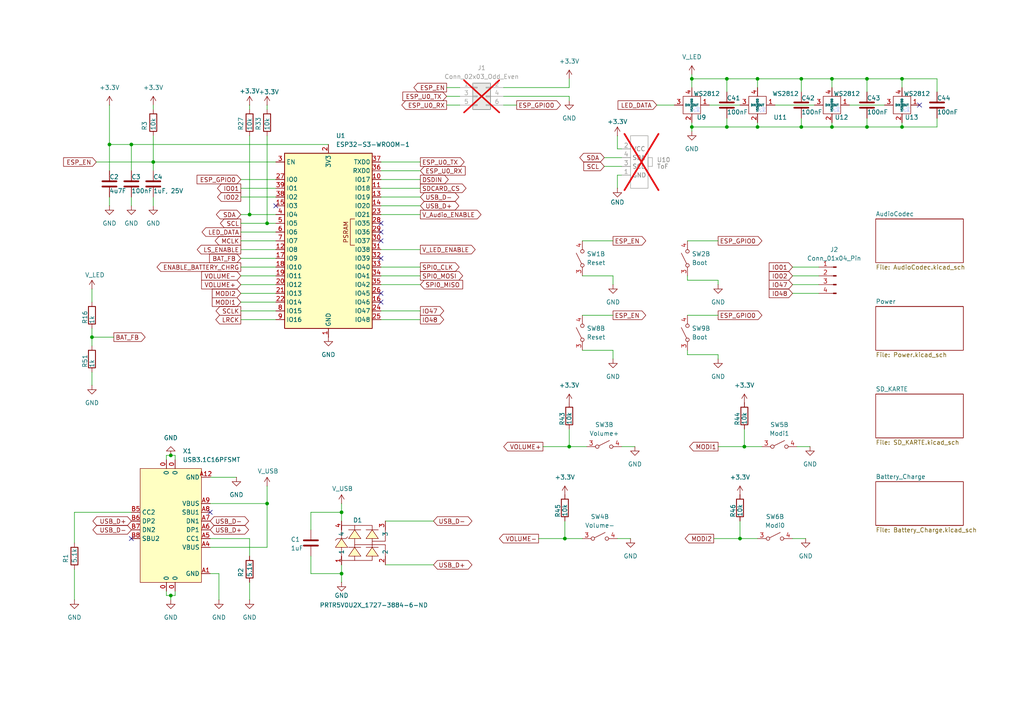
<source format=kicad_sch>
(kicad_sch (version 20231120) (generator "eeschema") (generator_version "8.0")
  (paper "A4")
  (lib_symbols
    (symbol "Connector:Conn_01x04_Pin" (pin_names (offset 1.016) hide)
      (property "Reference" "J" (at 0 5.08 0))
      (property "Value" "Conn_01x04_Pin" (at 0 -7.62 0))
      (symbol "Conn_01x04_Pin_1_1"
        (pin passive line (at 5.08 2.54 180) (length 3.81) (name "Pin_1") (number "1"))
        (pin passive line (at 5.08 0 180) (length 3.81) (name "Pin_2") (number "2"))
        (pin passive line (at 5.08 -2.54 180) (length 3.81) (name "Pin_3") (number "3"))
        (pin passive line (at 5.08 -5.08 180) (length 3.81) (name "Pin_4") (number "4"))
      )
    )
    (symbol "Connector_Generic:Conn_02x03_Odd_Even" (pin_names (offset 1.016) hide)
      (property "Reference" "J" (at 1.27 5.08 0))
      (property "Value" "Conn_02x03_Odd_Even" (at 1.27 -5.08 0))
      (symbol "Conn_02x03_Odd_Even_1_1"
        (pin passive line (at -5.08 2.54 0) (length 3.81) (name "Pin_1") (number "1"))
        (pin passive line (at 7.62 2.54 180) (length 3.81) (name "Pin_2") (number "2"))
        (pin passive line (at -5.08 0 0) (length 3.81) (name "Pin_3") (number "3"))
        (pin passive line (at 7.62 0 180) (length 3.81) (name "Pin_4") (number "4"))
        (pin passive line (at -5.08 -2.54 0) (length 3.81) (name "Pin_5") (number "5"))
        (pin passive line (at 7.62 -2.54 180) (length 3.81) (name "Pin_6") (number "6"))
      )
    )
    (symbol "Device:C" (pin_numbers hide) (pin_names (offset 0.254))
      (property "Reference" "C" (at 0.635 2.54 0))
      (property "Value" "C" (at 0.635 -2.54 0))
      (symbol "C_1_1"
        (pin passive line (at 0 3.81 270) (length 2.794) (name "~") (number "1"))
        (pin passive line (at 0 -3.81 90) (length 2.794) (name "~") (number "2"))
      )
    )
    (symbol "Device:R" (pin_numbers hide) (pin_names (offset 0))
      (property "Reference" "R" (at 2.032 0 90))
      (property "Value" "R" (at 0 0 90))
      (symbol "R_1_1"
        (pin passive line (at 0 3.81 270) (length 1.27) (name "~") (number "1"))
        (pin passive line (at 0 -3.81 90) (length 1.27) (name "~") (number "2"))
      )
    )
    (symbol "Library:ToF"
      (property "Reference" "U" (at 7.874 4.064 0))
      (symbol "ToF_1_1"
        (pin power_in line (at -3.81 5.08 270) (length 2.54) (name "GND") (number "1"))
        (pin power_in line (at 3.81 5.08 270) (length 2.54) (name "VCC") (number "2"))
        (pin input line (at -1.27 5.08 270) (length 2.54) (name "SCL") (number "3"))
        (pin input line (at 1.27 5.08 270) (length 2.54) (name "SDA") (number "4"))
      )
    )
    (symbol "Library:WS2812"
      (property "Reference" "U" (at -0.508 9.906 0))
      (symbol "WS2812_1_1"
        (pin output line (at 5.08 0 180) (length 2.54) (name "DOUT") (number "1"))
        (pin power_in line (at 0 -5.08 90) (length 2.54) (name "VSS") (number "2"))
        (pin input line (at -5.08 0 0) (length 2.54) (name "DIN") (number "3"))
        (pin power_in line (at 0 5.08 270) (length 2.54) (name "VDD") (number "4"))
      )
    )
    (symbol "Matrix2_Schnuppiprojekt:PRTR5V0U2X_C2827688"
      (property "Reference" "D?" (at 0 12.7 0))
      (property "Value" "PRTR5V0U2X_C2827688" (at 0 -10.16 0))
      (symbol "PRTR5V0U2X_C2827688_0_1"
        (pin unspecified line (at -5.08 -5.08 90) (length 2.54) (name "1") (number "1"))
        (pin unspecified line (at 7.62 -5.08 90) (length 2.54) (name "2") (number "2"))
        (pin unspecified line (at 7.62 7.62 270) (length 2.54) (name "3") (number "3"))
        (pin unspecified line (at -5.08 7.62 270) (length 2.54) (name "4") (number "4"))
      )
    )
    (symbol "Matrix2_Schnuppiprojekt:USB3.1C16PFSMT"
      (property "Reference" "X?" (at 0 24.13 0))
      (property "Value" "USB3.1C16PFSMT" (at 0 -24.13 0))
      (symbol "USB3.1C16PFSMT_0_1"
        (pin unspecified line (at -1.27 -19.05 90) (length 2.54) (name "0") (number "0"))
        (pin unspecified line (at -1.27 19.05 270) (length 2.54) (name "0") (number "0"))
        (pin unspecified line (at 1.27 -19.05 90) (length 2.54) (name "0") (number "0"))
        (pin unspecified line (at 1.27 19.05 270) (length 2.54) (name "0") (number "0"))
        (pin unspecified line (at 11.43 -13.97 180) (length 2.54) (name "GND") (number "A1"))
        (pin unspecified line (at 11.43 13.97 180) (length 2.54) (name "GND") (number "A12"))
        (pin unspecified line (at 11.43 -6.35 180) (length 2.54) (name "VBUS") (number "A4"))
        (pin unspecified line (at 11.43 -3.81 180) (length 2.54) (name "CC1") (number "A5"))
        (pin unspecified line (at 11.43 -1.27 180) (length 2.54) (name "DP1") (number "A6"))
        (pin unspecified line (at 11.43 1.27 180) (length 2.54) (name "DN1") (number "A7"))
        (pin unspecified line (at 11.43 3.81 180) (length 2.54) (name "SBU1") (number "A8"))
        (pin unspecified line (at 11.43 6.35 180) (length 2.54) (name "VBUS") (number "A9"))
        (pin unspecified line (at -11.43 3.81 0) (length 2.54) (name "CC2") (number "B5"))
        (pin unspecified line (at -11.43 1.27 0) (length 2.54) (name "DP2") (number "B6"))
        (pin unspecified line (at -11.43 -1.27 0) (length 2.54) (name "DN2") (number "B7"))
        (pin unspecified line (at -11.43 -3.81 0) (length 2.54) (name "SBU2") (number "B8"))
      )
    )
    (symbol "RF_Module:ESP32-S3-WROOM-1"
      (property "Reference" "U" (at -12.7 26.67 0))
      (property "Value" "ESP32-S3-WROOM-1" (at 12.7 26.67 0))
      (symbol "ESP32-S3-WROOM-1_0_0"
        (text "PSRAM" (at 5.08 2.54 900) (effects (font (size 1.27 1.27))))
      )
      (symbol "ESP32-S3-WROOM-1_1_1"
        (pin power_in line (at 0 -27.94 90) (length 2.54) (name "GND") (number "1"))
        (pin bidirectional line (at 15.24 17.78 180) (length 2.54) (name "IO17") (number "10"))
        (pin bidirectional line (at 15.24 15.24 180) (length 2.54) (name "IO18") (number "11"))
        (pin bidirectional line (at -15.24 -2.54 0) (length 2.54) (name "IO8") (number "12"))
        (pin bidirectional line (at 15.24 12.7 180) (length 2.54) (name "IO19") (number "13"))
        (pin bidirectional line (at 15.24 10.16 180) (length 2.54) (name "IO20") (number "14"))
        (pin bidirectional line (at -15.24 10.16 0) (length 2.54) (name "IO3") (number "15"))
        (pin bidirectional line (at 15.24 -17.78 180) (length 2.54) (name "IO46") (number "16"))
        (pin bidirectional line (at -15.24 -5.08 0) (length 2.54) (name "IO9") (number "17"))
        (pin bidirectional line (at -15.24 -7.62 0) (length 2.54) (name "IO10") (number "18"))
        (pin bidirectional line (at -15.24 -10.16 0) (length 2.54) (name "IO11") (number "19"))
        (pin power_in line (at 0 27.94 270) (length 2.54) (name "3V3") (number "2"))
        (pin bidirectional line (at -15.24 -12.7 0) (length 2.54) (name "IO12") (number "20"))
        (pin bidirectional line (at -15.24 -15.24 0) (length 2.54) (name "IO13") (number "21"))
        (pin bidirectional line (at -15.24 -17.78 0) (length 2.54) (name "IO14") (number "22"))
        (pin bidirectional line (at 15.24 7.62 180) (length 2.54) (name "IO21") (number "23"))
        (pin bidirectional line (at 15.24 -20.32 180) (length 2.54) (name "IO47") (number "24"))
        (pin bidirectional line (at 15.24 -22.86 180) (length 2.54) (name "IO48") (number "25"))
        (pin bidirectional line (at 15.24 -15.24 180) (length 2.54) (name "IO45") (number "26"))
        (pin bidirectional line (at -15.24 17.78 0) (length 2.54) (name "IO0") (number "27"))
        (pin bidirectional line (at 15.24 5.08 180) (length 2.54) (name "IO35") (number "28"))
        (pin bidirectional line (at 15.24 2.54 180) (length 2.54) (name "IO36") (number "29"))
        (pin input line (at -15.24 22.86 0) (length 2.54) (name "EN") (number "3"))
        (pin bidirectional line (at 15.24 0 180) (length 2.54) (name "IO37") (number "30"))
        (pin bidirectional line (at 15.24 -2.54 180) (length 2.54) (name "IO38") (number "31"))
        (pin bidirectional line (at 15.24 -5.08 180) (length 2.54) (name "IO39") (number "32"))
        (pin bidirectional line (at 15.24 -7.62 180) (length 2.54) (name "IO40") (number "33"))
        (pin bidirectional line (at 15.24 -10.16 180) (length 2.54) (name "IO41") (number "34"))
        (pin bidirectional line (at 15.24 -12.7 180) (length 2.54) (name "IO42") (number "35"))
        (pin bidirectional line (at 15.24 20.32 180) (length 2.54) (name "RXD0") (number "36"))
        (pin bidirectional line (at 15.24 22.86 180) (length 2.54) (name "TXD0") (number "37"))
        (pin bidirectional line (at -15.24 12.7 0) (length 2.54) (name "IO2") (number "38"))
        (pin bidirectional line (at -15.24 15.24 0) (length 2.54) (name "IO1") (number "39"))
        (pin bidirectional line (at -15.24 7.62 0) (length 2.54) (name "IO4") (number "4"))
        (pin passive line (at 0 -27.94 90) (length 2.54) hide (name "GND") (number "40"))
        (pin passive line (at 0 -27.94 90) (length 2.54) hide (name "GND") (number "41"))
        (pin bidirectional line (at -15.24 5.08 0) (length 2.54) (name "IO5") (number "5"))
        (pin bidirectional line (at -15.24 2.54 0) (length 2.54) (name "IO6") (number "6"))
        (pin bidirectional line (at -15.24 0 0) (length 2.54) (name "IO7") (number "7"))
        (pin bidirectional line (at -15.24 -20.32 0) (length 2.54) (name "IO15") (number "8"))
        (pin bidirectional line (at -15.24 -22.86 0) (length 2.54) (name "IO16") (number "9"))
      )
    )
    (symbol "Switch:SW_DPST_x2" (pin_names (offset 0) hide)
      (property "Reference" "SW" (at 0 3.175 0))
      (property "Value" "SW_DPST_x2" (at 0 -2.54 0))
      (symbol "SW_DPST_x2_1_1"
        (pin passive line (at -5.08 0 0) (length 2.54) (name "A") (number "1"))
        (pin passive line (at 5.08 0 180) (length 2.54) (name "B") (number "2"))
      )
      (symbol "SW_DPST_x2_2_1"
        (pin passive line (at -5.08 0 0) (length 2.54) (name "A") (number "3"))
        (pin passive line (at 5.08 0 180) (length 2.54) (name "B") (number "4"))
      )
    )
    (symbol "power:+3.3V" (power) (pin_numbers hide) (pin_names (offset 0) hide)
      (property "Value" "+3.3V" (at 0 3.556 0))
      (symbol "+3.3V_1_1"
        (pin power_in line (at 0 0 90) (length 0) (name "~") (number "1"))
      )
    )
    (symbol "power:GND" (power) (pin_numbers hide) (pin_names (offset 0) hide)
      (property "Value" "GND" (at 0 -3.81 0))
      (symbol "GND_1_1"
        (pin power_in line (at 0 0 270) (length 0) (name "~") (number "1"))
      )
    )
    (symbol "power:VAA" (power) (pin_numbers hide) (pin_names (offset 0) hide)
      (property "Value" "VAA" (at 0 3.556 0))
      (symbol "VAA_1_1"
        (pin power_in line (at 0 0 90) (length 0) (name "~") (number "1"))
      )
    )
  )
  (junction (at 49.53 132.08))
  (junction (at 163.83 156.21))
  (junction (at 72.39 62.23))
  (junction (at 49.53 172.72))
  (junction (at 200.66 22.86))
  (junction (at 31.75 41.91))
  (junction (at 215.9 129.54))
  (junction (at 219.71 22.86))
  (junction (at 165.1 129.54))
  (junction (at 261.62 36.83))
  (junction (at 251.46 22.86))
  (junction (at 241.3 36.83))
  (junction (at 44.45 46.99))
  (junction (at 214.63 156.21))
  (junction (at 26.67 97.79))
  (junction (at 251.46 36.83))
  (junction (at 219.71 36.83))
  (junction (at 200.66 36.83))
  (junction (at 210.82 36.83))
  (junction (at 261.62 22.86))
  (junction (at 210.82 22.86))
  (junction (at 99.06 166.37))
  (junction (at 241.3 22.86))
  (junction (at 232.41 22.86))
  (junction (at 77.47 64.77))
  (junction (at 232.41 36.83))
  (junction (at 77.47 146.05))
  (junction (at 38.1 41.91))
  (junction (at 99.06 148.59))
  (no_connect (at 110.49 69.85))
  (no_connect (at 110.49 87.63))
  (no_connect (at 266.7 30.48))
  (no_connect (at 60.96 148.59))
  (no_connect (at 38.1 156.21))
  (no_connect (at 110.49 67.31))
  (no_connect (at 80.01 59.69))
  (no_connect (at 110.49 64.77))
  (no_connect (at 110.49 74.93))
  (no_connect (at 110.49 85.09))
  (wire (pts (xy 69.85 82.55) (xy 80.01 82.55)))
  (wire (pts (xy 44.45 39.37) (xy 44.45 46.99)))
  (wire (pts (xy 208.28 102.87) (xy 208.28 104.14)))
  (wire (pts (xy 179.07 156.21) (xy 182.88 156.21)))
  (wire (pts (xy 219.71 25.4) (xy 219.71 22.86)))
  (wire (pts (xy 69.85 72.39) (xy 80.01 72.39)))
  (wire (pts (xy 90.17 148.59) (xy 99.06 148.59)))
  (wire (pts (xy 229.87 156.21) (xy 233.68 156.21)))
  (wire (pts (xy 72.39 62.23) (xy 80.01 62.23)))
  (wire (pts (xy 26.67 97.79) (xy 26.67 100.33)))
  (wire (pts (xy 232.41 34.29) (xy 232.41 36.83)))
  (wire (pts (xy 179.07 43.18) (xy 180.34 43.18)))
  (wire (pts (xy 31.75 30.48) (xy 31.75 41.91)))
  (wire (pts (xy 229.87 77.47) (xy 237.49 77.47)))
  (wire (pts (xy 90.17 166.37) (xy 99.06 166.37)))
  (wire (pts (xy 121.92 57.15) (xy 110.49 57.15)))
  (wire (pts (xy 261.62 25.4) (xy 261.62 22.86)))
  (wire (pts (xy 48.26 132.08) (xy 49.53 132.08)))
  (wire (pts (xy 63.5 166.37) (xy 63.5 173.99)))
  (wire (pts (xy 110.49 49.53) (xy 121.92 49.53)))
  (wire (pts (xy 210.82 22.86) (xy 219.71 22.86)))
  (wire (pts (xy 72.39 30.48) (xy 72.39 31.75)))
  (wire (pts (xy 121.92 62.23) (xy 110.49 62.23)))
  (wire (pts (xy 121.92 92.71) (xy 110.49 92.71)))
  (wire (pts (xy 60.96 138.43) (xy 68.58 138.43)))
  (wire (pts (xy 69.85 92.71) (xy 80.01 92.71)))
  (wire (pts (xy 241.3 25.4) (xy 241.3 22.86)))
  (wire (pts (xy 205.74 30.48) (xy 214.63 30.48)))
  (wire (pts (xy 121.92 72.39) (xy 110.49 72.39)))
  (wire (pts (xy 200.66 22.86) (xy 200.66 25.4)))
  (wire (pts (xy 72.39 168.91) (xy 72.39 173.99)))
  (wire (pts (xy 199.39 101.6) (xy 199.39 102.87)))
  (wire (pts (xy 90.17 153.67) (xy 90.17 148.59)))
  (wire (pts (xy 208.28 81.28) (xy 208.28 82.55)))
  (wire (pts (xy 44.45 46.99) (xy 80.01 46.99)))
  (wire (pts (xy 60.96 166.37) (xy 63.5 166.37)))
  (wire (pts (xy 111.76 151.13) (xy 125.73 151.13)))
  (wire (pts (xy 165.1 129.54) (xy 170.18 129.54)))
  (wire (pts (xy 48.26 171.45) (xy 48.26 172.72)))
  (wire (pts (xy 44.45 46.99) (xy 44.45 49.53)))
  (wire (pts (xy 69.85 74.93) (xy 80.01 74.93)))
  (wire (pts (xy 50.8 132.08) (xy 49.53 132.08)))
  (wire (pts (xy 38.1 41.91) (xy 31.75 41.91)))
  (wire (pts (xy 50.8 171.45) (xy 50.8 172.72)))
  (wire (pts (xy 168.91 101.6) (xy 177.8 101.6)))
  (wire (pts (xy 111.76 163.83) (xy 125.73 163.83)))
  (wire (pts (xy 146.05 27.94) (xy 165.1 27.94)))
  (wire (pts (xy 69.85 90.17) (xy 80.01 90.17)))
  (wire (pts (xy 121.92 82.55) (xy 110.49 82.55)))
  (wire (pts (xy 241.3 36.83) (xy 251.46 36.83)))
  (wire (pts (xy 200.66 22.86) (xy 210.82 22.86)))
  (wire (pts (xy 121.92 52.07) (xy 110.49 52.07)))
  (wire (pts (xy 38.1 57.15) (xy 38.1 59.69)))
  (wire (pts (xy 165.1 124.46) (xy 165.1 129.54)))
  (wire (pts (xy 38.1 41.91) (xy 95.25 41.91)))
  (wire (pts (xy 50.8 172.72) (xy 49.53 172.72)))
  (wire (pts (xy 208.28 129.54) (xy 215.9 129.54)))
  (wire (pts (xy 219.71 36.83) (xy 232.41 36.83)))
  (wire (pts (xy 261.62 36.83) (xy 271.78 36.83)))
  (wire (pts (xy 99.06 146.05) (xy 99.06 148.59)))
  (wire (pts (xy 99.06 168.91) (xy 99.06 166.37)))
  (wire (pts (xy 90.17 161.29) (xy 90.17 166.37)))
  (wire (pts (xy 50.8 133.35) (xy 50.8 132.08)))
  (wire (pts (xy 77.47 140.97) (xy 77.47 146.05)))
  (wire (pts (xy 69.85 85.09) (xy 80.01 85.09)))
  (wire (pts (xy 156.21 156.21) (xy 163.83 156.21)))
  (wire (pts (xy 200.66 21.59) (xy 200.66 22.86)))
  (wire (pts (xy 44.45 57.15) (xy 44.45 59.69)))
  (wire (pts (xy 48.26 133.35) (xy 48.26 132.08)))
  (wire (pts (xy 210.82 34.29) (xy 210.82 36.83)))
  (wire (pts (xy 200.66 36.83) (xy 210.82 36.83)))
  (wire (pts (xy 179.07 39.37) (xy 179.07 43.18)))
  (wire (pts (xy 77.47 39.37) (xy 77.47 64.77)))
  (wire (pts (xy 175.26 45.72) (xy 180.34 45.72)))
  (wire (pts (xy 146.05 30.48) (xy 149.86 30.48)))
  (wire (pts (xy 163.83 151.13) (xy 163.83 156.21)))
  (wire (pts (xy 215.9 124.46) (xy 215.9 129.54)))
  (wire (pts (xy 129.54 25.4) (xy 133.35 25.4)))
  (wire (pts (xy 261.62 35.56) (xy 261.62 36.83)))
  (wire (pts (xy 99.06 166.37) (xy 99.06 163.83)))
  (wire (pts (xy 200.66 36.83) (xy 200.66 35.56)))
  (wire (pts (xy 110.49 59.69) (xy 121.92 59.69)))
  (wire (pts (xy 26.67 107.95) (xy 26.67 111.76)))
  (wire (pts (xy 69.85 87.63) (xy 80.01 87.63)))
  (wire (pts (xy 232.41 22.86) (xy 241.3 22.86)))
  (wire (pts (xy 69.85 57.15) (xy 80.01 57.15)))
  (wire (pts (xy 200.66 38.1) (xy 200.66 36.83)))
  (wire (pts (xy 271.78 26.67) (xy 271.78 22.86)))
  (wire (pts (xy 179.07 54.61) (xy 179.07 50.8)))
  (wire (pts (xy 121.92 54.61) (xy 110.49 54.61)))
  (wire (pts (xy 31.75 57.15) (xy 31.75 59.69)))
  (wire (pts (xy 110.49 46.99) (xy 121.92 46.99)))
  (wire (pts (xy 179.07 50.8) (xy 180.34 50.8)))
  (wire (pts (xy 163.83 156.21) (xy 168.91 156.21)))
  (wire (pts (xy 77.47 30.48) (xy 77.47 31.75)))
  (wire (pts (xy 229.87 82.55) (xy 237.49 82.55)))
  (wire (pts (xy 165.1 27.94) (xy 165.1 29.21)))
  (wire (pts (xy 251.46 22.86) (xy 261.62 22.86)))
  (wire (pts (xy 214.63 156.21) (xy 219.71 156.21)))
  (wire (pts (xy 69.85 54.61) (xy 80.01 54.61)))
  (wire (pts (xy 175.26 48.26) (xy 180.34 48.26)))
  (wire (pts (xy 27.94 46.99) (xy 44.45 46.99)))
  (wire (pts (xy 38.1 148.59) (xy 21.59 148.59)))
  (wire (pts (xy 241.3 22.86) (xy 251.46 22.86)))
  (wire (pts (xy 60.96 158.75) (xy 77.47 158.75)))
  (wire (pts (xy 60.96 146.05) (xy 77.47 146.05)))
  (wire (pts (xy 49.53 172.72) (xy 49.53 173.99)))
  (wire (pts (xy 60.96 156.21) (xy 72.39 156.21)))
  (wire (pts (xy 69.85 77.47) (xy 80.01 77.47)))
  (wire (pts (xy 33.02 97.79) (xy 26.67 97.79)))
  (wire (pts (xy 199.39 81.28) (xy 208.28 81.28)))
  (wire (pts (xy 69.85 64.77) (xy 77.47 64.77)))
  (wire (pts (xy 224.79 30.48) (xy 236.22 30.48)))
  (wire (pts (xy 168.91 80.01) (xy 177.8 80.01)))
  (wire (pts (xy 231.14 129.54) (xy 234.95 129.54)))
  (wire (pts (xy 77.47 64.77) (xy 80.01 64.77)))
  (wire (pts (xy 44.45 30.48) (xy 44.45 31.75)))
  (wire (pts (xy 214.63 151.13) (xy 214.63 156.21)))
  (wire (pts (xy 210.82 26.67) (xy 210.82 22.86)))
  (wire (pts (xy 232.41 36.83) (xy 241.3 36.83)))
  (wire (pts (xy 69.85 80.01) (xy 80.01 80.01)))
  (wire (pts (xy 72.39 156.21) (xy 72.39 161.29)))
  (wire (pts (xy 157.48 129.54) (xy 165.1 129.54)))
  (wire (pts (xy 69.85 62.23) (xy 72.39 62.23)))
  (wire (pts (xy 168.91 69.85) (xy 177.8 69.85)))
  (wire (pts (xy 177.8 80.01) (xy 177.8 82.55)))
  (wire (pts (xy 38.1 41.91) (xy 38.1 49.53)))
  (wire (pts (xy 168.91 91.44) (xy 177.8 91.44)))
  (wire (pts (xy 21.59 165.1) (xy 21.59 173.99)))
  (wire (pts (xy 219.71 35.56) (xy 219.71 36.83)))
  (wire (pts (xy 165.1 22.86) (xy 165.1 25.4)))
  (wire (pts (xy 251.46 34.29) (xy 251.46 36.83)))
  (wire (pts (xy 207.01 156.21) (xy 214.63 156.21)))
  (wire (pts (xy 256.54 30.48) (xy 246.38 30.48)))
  (wire (pts (xy 229.87 85.09) (xy 237.49 85.09)))
  (wire (pts (xy 69.85 67.31) (xy 80.01 67.31)))
  (wire (pts (xy 121.92 90.17) (xy 110.49 90.17)))
  (wire (pts (xy 199.39 80.01) (xy 199.39 81.28)))
  (wire (pts (xy 121.92 77.47) (xy 110.49 77.47)))
  (wire (pts (xy 72.39 39.37) (xy 72.39 62.23)))
  (wire (pts (xy 199.39 91.44) (xy 208.28 91.44)))
  (wire (pts (xy 129.54 27.94) (xy 133.35 27.94)))
  (wire (pts (xy 69.85 52.07) (xy 80.01 52.07)))
  (wire (pts (xy 26.67 95.25) (xy 26.67 97.79)))
  (wire (pts (xy 229.87 80.01) (xy 237.49 80.01)))
  (wire (pts (xy 199.39 69.85) (xy 208.28 69.85)))
  (wire (pts (xy 177.8 101.6) (xy 177.8 104.14)))
  (wire (pts (xy 26.67 83.82) (xy 26.67 87.63)))
  (wire (pts (xy 77.47 146.05) (xy 77.47 158.75)))
  (wire (pts (xy 121.92 80.01) (xy 110.49 80.01)))
  (wire (pts (xy 129.54 30.48) (xy 133.35 30.48)))
  (wire (pts (xy 210.82 36.83) (xy 219.71 36.83)))
  (wire (pts (xy 232.41 22.86) (xy 232.41 26.67)))
  (wire (pts (xy 271.78 22.86) (xy 261.62 22.86)))
  (wire (pts (xy 219.71 22.86) (xy 232.41 22.86)))
  (wire (pts (xy 21.59 148.59) (xy 21.59 157.48)))
  (wire (pts (xy 190.5 30.48) (xy 195.58 30.48)))
  (wire (pts (xy 215.9 129.54) (xy 220.98 129.54)))
  (wire (pts (xy 251.46 22.86) (xy 251.46 26.67)))
  (wire (pts (xy 199.39 102.87) (xy 208.28 102.87)))
  (wire (pts (xy 31.75 41.91) (xy 31.75 49.53)))
  (wire (pts (xy 146.05 25.4) (xy 165.1 25.4)))
  (wire (pts (xy 180.34 129.54) (xy 184.15 129.54)))
  (wire (pts (xy 241.3 35.56) (xy 241.3 36.83)))
  (wire (pts (xy 251.46 36.83) (xy 261.62 36.83)))
  (wire (pts (xy 99.06 148.59) (xy 99.06 151.13)))
  (wire (pts (xy 271.78 34.29) (xy 271.78 36.83)))
  (wire (pts (xy 49.53 172.72) (xy 48.26 172.72)))
  (wire (pts (xy 69.85 69.85) (xy 80.01 69.85)))
  (global_label "V_LED_ENABLE" (shape output) (at 121.92 72.39 0) (property "Intersheetrefs" "${INTERSHEET_REFS}" (effects (hide yes))))
  (global_label "USB_D-" (shape bidirectional) (at 125.73 151.13 0) (property "Intersheetrefs" "${INTERSHEET_REFS}" (effects (hide yes))))
  (global_label "ESP_EN" (shape output) (at 177.8 91.44 0) (property "Intersheetrefs" "${INTERSHEET_REFS}" (effects (hide yes))))
  (global_label "DSDIN" (shape output) (at 121.92 52.07 0) (property "Intersheetrefs" "${INTERSHEET_REFS}" (effects (hide yes))))
  (global_label "ESP_U0_RX" (shape input) (at 121.92 49.53 0) (property "Intersheetrefs" "${INTERSHEET_REFS}" (effects (hide yes))))
  (global_label "LRCK" (shape output) (at 69.85 92.71 180) (property "Intersheetrefs" "${INTERSHEET_REFS}" (effects (hide yes))))
  (global_label "ENABLE_BATTERY_CHRG" (shape output) (at 69.85 77.47 180) (property "Intersheetrefs" "${INTERSHEET_REFS}" (effects (hide yes))))
  (global_label "MODI2" (shape input) (at 69.85 85.09 180) (property "Intersheetrefs" "${INTERSHEET_REFS}" (effects (hide yes))))
  (global_label "USB_D+" (shape bidirectional) (at 121.92 59.69 0) (property "Intersheetrefs" "${INTERSHEET_REFS}" (effects (hide yes))))
  (global_label "SCL" (shape output) (at 69.85 64.77 180) (property "Intersheetrefs" "${INTERSHEET_REFS}" (effects (hide yes))))
  (global_label "MODI1" (shape input) (at 69.85 87.63 180) (property "Intersheetrefs" "${INTERSHEET_REFS}" (effects (hide yes))))
  (global_label "ESP_GPIO0" (shape output) (at 208.28 69.85 0) (property "Intersheetrefs" "${INTERSHEET_REFS}" (effects (hide yes))))
  (global_label "IO47" (shape output) (at 121.92 90.17 0) (property "Intersheetrefs" "${INTERSHEET_REFS}" (effects (hide yes))))
  (global_label "USB_D+" (shape bidirectional) (at 38.1 151.13 180) (property "Intersheetrefs" "${INTERSHEET_REFS}" (effects (hide yes))))
  (global_label "SPI0_MOSI" (shape output) (at 121.92 80.01 0) (property "Intersheetrefs" "${INTERSHEET_REFS}" (effects (hide yes))))
  (global_label "ESP_U0_TX" (shape output) (at 121.92 46.99 0) (property "Intersheetrefs" "${INTERSHEET_REFS}" (effects (hide yes))))
  (global_label "VOLUME+" (shape input) (at 69.85 82.55 180) (property "Intersheetrefs" "${INTERSHEET_REFS}" (effects (hide yes))))
  (global_label "LED_DATA" (shape input) (at 190.5 30.48 180) (property "Intersheetrefs" "${INTERSHEET_REFS}" (effects (hide yes))))
  (global_label "SPI0_CLK" (shape output) (at 121.92 77.47 0) (property "Intersheetrefs" "${INTERSHEET_REFS}" (effects (hide yes))))
  (global_label "V_Audio_ENABLE" (shape output) (at 121.92 62.23 0) (property "Intersheetrefs" "${INTERSHEET_REFS}" (effects (hide yes))))
  (global_label "MODI2" (shape output) (at 207.01 156.21 180) (property "Intersheetrefs" "${INTERSHEET_REFS}" (effects (hide yes))))
  (global_label "VOLUME-" (shape input) (at 69.85 80.01 180) (property "Intersheetrefs" "${INTERSHEET_REFS}" (effects (hide yes))))
  (global_label "MCLK" (shape output) (at 69.85 69.85 180) (property "Intersheetrefs" "${INTERSHEET_REFS}" (effects (hide yes))))
  (global_label "ESP_EN" (shape output) (at 177.8 69.85 0) (property "Intersheetrefs" "${INTERSHEET_REFS}" (effects (hide yes))))
  (global_label "SCLK" (shape output) (at 69.85 90.17 180) (property "Intersheetrefs" "${INTERSHEET_REFS}" (effects (hide yes))))
  (global_label "IO01" (shape output) (at 69.85 54.61 180) (property "Intersheetrefs" "${INTERSHEET_REFS}" (effects (hide yes))))
  (global_label "IO02" (shape output) (at 69.85 57.15 180) (property "Intersheetrefs" "${INTERSHEET_REFS}" (effects (hide yes))))
  (global_label "USB_D+" (shape bidirectional) (at 125.73 163.83 0) (property "Intersheetrefs" "${INTERSHEET_REFS}" (effects (hide yes))))
  (global_label "USB_D-" (shape bidirectional) (at 60.96 151.13 0) (property "Intersheetrefs" "${INTERSHEET_REFS}" (effects (hide yes))))
  (global_label "SDCARD_CS" (shape output) (at 121.92 54.61 0) (property "Intersheetrefs" "${INTERSHEET_REFS}" (effects (hide yes))))
  (global_label "SDA" (shape bidirectional) (at 69.85 62.23 180) (property "Intersheetrefs" "${INTERSHEET_REFS}" (effects (hide yes))))
  (global_label "VOLUME+" (shape output) (at 157.48 129.54 180) (property "Intersheetrefs" "${INTERSHEET_REFS}" (effects (hide yes))))
  (global_label "IO48" (shape input) (at 229.87 85.09 180) (property "Intersheetrefs" "${INTERSHEET_REFS}" (effects (hide yes))))
  (global_label "ESP_U0_TX" (shape input) (at 129.54 27.94 180) (property "Intersheetrefs" "${INTERSHEET_REFS}" (effects (hide yes))))
  (global_label "ESP_GPIO0" (shape output) (at 149.86 30.48 0) (property "Intersheetrefs" "${INTERSHEET_REFS}" (effects (hide yes))))
  (global_label "ESP_EN" (shape output) (at 129.54 25.4 180) (property "Intersheetrefs" "${INTERSHEET_REFS}" (effects (hide yes))))
  (global_label "SDA" (shape bidirectional) (at 175.26 45.72 180) (property "Intersheetrefs" "${INTERSHEET_REFS}" (effects (hide yes))))
  (global_label "SCL" (shape input) (at 175.26 48.26 180) (property "Intersheetrefs" "${INTERSHEET_REFS}" (effects (hide yes))))
  (global_label "ESP_EN" (shape input) (at 27.94 46.99 180) (property "Intersheetrefs" "${INTERSHEET_REFS}" (effects (hide yes))))
  (global_label "LED_DATA" (shape output) (at 69.85 67.31 180) (property "Intersheetrefs" "${INTERSHEET_REFS}" (effects (hide yes))))
  (global_label "ESP_U0_RX" (shape output) (at 129.54 30.48 180) (property "Intersheetrefs" "${INTERSHEET_REFS}" (effects (hide yes))))
  (global_label "IO02" (shape input) (at 229.87 80.01 180) (property "Intersheetrefs" "${INTERSHEET_REFS}" (effects (hide yes))))
  (global_label "SPI0_MISO" (shape input) (at 121.92 82.55 0) (property "Intersheetrefs" "${INTERSHEET_REFS}" (effects (hide yes))))
  (global_label "VOLUME-" (shape output) (at 156.21 156.21 180) (property "Intersheetrefs" "${INTERSHEET_REFS}" (effects (hide yes))))
  (global_label "IO48" (shape output) (at 121.92 92.71 0) (property "Intersheetrefs" "${INTERSHEET_REFS}" (effects (hide yes))))
  (global_label "USB_D-" (shape bidirectional) (at 38.1 153.67 180) (property "Intersheetrefs" "${INTERSHEET_REFS}" (effects (hide yes))))
  (global_label "IO47" (shape input) (at 229.87 82.55 180) (property "Intersheetrefs" "${INTERSHEET_REFS}" (effects (hide yes))))
  (global_label "LS_ENABLE" (shape output) (at 69.85 72.39 180) (property "Intersheetrefs" "${INTERSHEET_REFS}" (effects (hide yes))))
  (global_label "ESP_GPIO0" (shape input) (at 69.85 52.07 180) (property "Intersheetrefs" "${INTERSHEET_REFS}" (effects (hide yes))))
  (global_label "ESP_GPIO0" (shape output) (at 208.28 91.44 0) (property "Intersheetrefs" "${INTERSHEET_REFS}" (effects (hide yes))))
  (global_label "BAT_FB" (shape input) (at 69.85 74.93 180) (property "Intersheetrefs" "${INTERSHEET_REFS}" (effects (hide yes))))
  (global_label "IO01" (shape input) (at 229.87 77.47 180) (property "Intersheetrefs" "${INTERSHEET_REFS}" (effects (hide yes))))
  (global_label "BAT_FB" (shape output) (at 33.02 97.79 0) (property "Intersheetrefs" "${INTERSHEET_REFS}" (effects (hide yes))))
  (global_label "MODI1" (shape output) (at 208.28 129.54 180) (property "Intersheetrefs" "${INTERSHEET_REFS}" (effects (hide yes))))
  (global_label "USB_D-" (shape bidirectional) (at 121.92 57.15 0) (property "Intersheetrefs" "${INTERSHEET_REFS}" (effects (hide yes))))
  (global_label "USB_D+" (shape bidirectional) (at 60.96 153.67 0) (property "Intersheetrefs" "${INTERSHEET_REFS}" (effects (hide yes))))
  (symbol (lib_id "Device:C") (at 271.78 30.48 0) (unit 1)
    (property "Reference" "C44" (at 271.78 28.448 0) (effects (justify left)))
    (property "Value" "100nF" (at 271.78 32.512 0) (effects (justify left)))
    (property "Footprint" "Capacitor_SMD:C_0805_2012Metric_Pad1.18x1.45mm_HandSolder" (effects (hide yes)))
    (property "Description" "Unpolarized capacitor" (effects (hide yes)))
  )
  (symbol (lib_id "power:+3.3V") (at 200.66 21.59 0) (unit 1)
    (property "Reference" "#PWR040" (effects (hide yes)))
    (property "Value" "V_LED" (at 200.66 16.51 0))
    (property "Description" "Power symbol creates a global label with name \"+3.3V\"" (effects (hide yes)))
  )
  (symbol (lib_id "power:GND") (at 177.8 104.14 0) (unit 1)
    (property "Reference" "#PWR076" (effects (hide yes)))
    (property "Value" "GND" (at 177.8 109.22 0))
    (property "Description" "Power symbol creates a global label with name \"GND\" , ground" (effects (hide yes)))
  )
  (symbol (lib_id "Library:WS2812") (at 261.62 30.48 0) (unit 1)
    (property "Reference" "U13" (at 264.414 34.036 0))
    (property "Value" "WS2812" (at 265.938 27.178 0))
    (property "Footprint" "LED_SMD:LED_WS2812B-2020_PLCC4_2.0x2.0mm" (effects (hide yes)))
    (property "Datasheet" "file:///C:/data/Schule/BuP/5_Semester/Marvin/MarvinProject/6_Semester/MarvinDatenblaetter/RGB_LED/WS2812B-2020_V10_EN_181106150240761.pdf" (effects (hide yes)))
  )
  (symbol (lib_id "power:+3.3V") (at 72.39 30.48 0) (unit 1)
    (property "Reference" "#PWR041" (effects (hide yes)))
    (property "Value" "+3.3V" (at 72.39 26.416 0))
    (property "Description" "Power symbol creates a global label with name \"+3.3V\"" (effects (hide yes)))
  )
  (symbol (lib_id "power:GND") (at 233.68 156.21 0) (unit 1)
    (property "Reference" "#PWR060" (effects (hide yes)))
    (property "Value" "GND" (at 233.68 161.29 0))
    (property "Description" "Power symbol creates a global label with name \"GND\" , ground" (effects (hide yes)))
  )
  (symbol (lib_id "Library:WS2812") (at 241.3 30.48 0) (unit 1)
    (property "Reference" "U12" (at 244.094 34.036 0))
    (property "Value" "WS2812" (at 245.618 27.178 0))
    (property "Footprint" "LED_SMD:LED_WS2812B-2020_PLCC4_2.0x2.0mm" (effects (hide yes)))
    (property "Datasheet" "file:///C:/data/Schule/BuP/5_Semester/Marvin/MarvinProject/6_Semester/MarvinDatenblaetter/RGB_LED/WS2812B-2020_V10_EN_181106150240761.pdf" (effects (hide yes)))
  )
  (symbol (lib_id "power:+3.3V") (at 215.9 116.84 0) (unit 1)
    (property "Reference" "#PWR057" (effects (hide yes)))
    (property "Value" "+3.3V" (at 215.9 111.76 0))
    (property "Description" "Power symbol creates a global label with name \"+3.3V\"" (effects (hide yes)))
  )
  (symbol (lib_id "Library:WS2812") (at 200.66 30.48 0) (unit 1)
    (property "Reference" "U9" (at 203.454 34.036 0))
    (property "Value" "WS2812" (at 204.978 27.178 0))
    (property "Footprint" "LED_SMD:LED_WS2812B-2020_PLCC4_2.0x2.0mm" (effects (hide yes)))
    (property "Datasheet" "file:///C:/data/Schule/BuP/5_Semester/Marvin/MarvinProject/6_Semester/MarvinDatenblaetter/RGB_LED/WS2812B-2020_V10_EN_181106150240761.pdf" (effects (hide yes)))
  )
  (symbol (lib_id "power:GND") (at 177.8 82.55 0) (unit 1)
    (property "Reference" "#PWR016" (effects (hide yes)))
    (property "Value" "GND" (at 177.8 87.63 0))
    (property "Description" "Power symbol creates a global label with name \"GND\" , ground" (effects (hide yes)))
  )
  (symbol (lib_id "Device:R") (at 214.63 147.32 0) (unit 1)
    (property "Reference" "R46" (at 212.598 150.114 90) (effects (justify left)))
    (property "Value" "10k" (at 214.63 149.86 90) (effects (justify left)))
    (property "Footprint" "Resistor_SMD:R_0805_2012Metric_Pad1.20x1.40mm_HandSolder" (effects (hide yes)))
    (property "Description" "Resistor" (effects (hide yes)))
  )
  (symbol (lib_id "power:GND") (at 99.06 168.91 0) (unit 1)
    (property "Reference" "#PWR02" (effects (hide yes)))
    (property "Value" "GND" (at 99.06 172.72 0))
    (property "Description" "Power symbol creates a global label with name \"GND\" , ground" (effects (hide yes)))
  )
  (symbol (lib_id "power:GND") (at 165.1 29.21 0) (unit 1)
    (property "Reference" "#PWR015" (effects (hide yes)))
    (property "Value" "GND" (at 165.1 34.29 0))
    (property "Description" "Power symbol creates a global label with name \"GND\" , ground" (effects (hide yes)))
  )
  (symbol (lib_id "power:+3.3V") (at 179.07 39.37 0) (unit 1)
    (property "Reference" "#PWR078" (effects (hide yes)))
    (property "Value" "+3.3V" (at 179.07 35.306 0))
    (property "Description" "Power symbol creates a global label with name \"+3.3V\"" (effects (hide yes)))
  )
  (symbol (lib_id "power:+3.3V") (at 165.1 116.84 0) (unit 1)
    (property "Reference" "#PWR050" (effects (hide yes)))
    (property "Value" "+3.3V" (at 165.1 111.76 0))
    (property "Description" "Power symbol creates a global label with name \"+3.3V\"" (effects (hide yes)))
  )
  (symbol (lib_id "power:GND") (at 95.25 97.79 0) (unit 1)
    (property "Reference" "#PWR013" (effects (hide yes)))
    (property "Value" "GND" (at 95.25 102.87 0))
    (property "Description" "Power symbol creates a global label with name \"GND\" , ground" (effects (hide yes)))
  )
  (symbol (lib_id "Switch:SW_DPST_x2") (at 226.06 129.54 0) (unit 2)
    (property "Reference" "SW5" (at 226.06 123.19 0))
    (property "Value" "Modi1" (at 226.06 125.73 0))
    (property "Footprint" "Library:Taster" (effects (hide yes)))
    (property "Datasheet" "file:///C:/data/Projects/SchnuppiProjekt_EnterName/SchnuppiEnterName/Datenblaetter/Taster/ts04-2586192.pdf" (effects (hide yes)))
    (property "Description" "Single Pole Single Throw (SPST) switch, separate symbol" (effects (hide yes)))
    (property "LCSC Part" "C127509" (effects (hide yes)))
  )
  (symbol (lib_id "Device:R") (at 21.59 161.29 0) (unit 1)
    (property "Reference" "R1" (at 19.05 163.322 90) (effects (justify left)))
    (property "Value" "5.1k" (at 21.59 163.322 90) (effects (justify left)))
    (property "Footprint" "Resistor_SMD:R_0805_2012Metric_Pad1.20x1.40mm_HandSolder" (effects (hide yes)))
    (property "Description" "Resistor" (effects (hide yes)))
    (property "LCSC Part" "C26023" (effects (hide yes)))
  )
  (symbol (lib_id "power:GND") (at 38.1 59.69 0) (unit 1)
    (property "Reference" "#PWR011" (effects (hide yes)))
    (property "Value" "GND" (at 38.1 64.77 0))
    (property "Description" "Power symbol creates a global label with name \"GND\" , ground" (effects (hide yes)))
  )
  (symbol (lib_id "power:GND") (at 208.28 104.14 0) (unit 1)
    (property "Reference" "#PWR077" (effects (hide yes)))
    (property "Value" "GND" (at 208.28 109.22 0))
    (property "Description" "Power symbol creates a global label with name \"GND\" , ground" (effects (hide yes)))
  )
  (symbol (lib_id "power:+3.3V") (at 165.1 22.86 0) (unit 1)
    (property "Reference" "#PWR014" (effects (hide yes)))
    (property "Value" "+3.3V" (at 165.1 17.78 0))
    (property "Description" "Power symbol creates a global label with name \"+3.3V\"" (effects (hide yes)))
  )
  (symbol (lib_id "Device:R") (at 26.67 104.14 0) (unit 1)
    (property "Reference" "R51" (at 24.638 106.68 90) (effects (justify left)))
    (property "Value" "1k" (at 26.67 106.68 90) (effects (justify left)))
    (property "Footprint" "Resistor_SMD:R_0805_2012Metric_Pad1.20x1.40mm_HandSolder" (effects (hide yes)))
    (property "Description" "Resistor" (effects (hide yes)))
  )
  (symbol (lib_id "Switch:SW_DPST_x2") (at 175.26 129.54 0) (unit 2)
    (property "Reference" "SW3" (at 175.26 123.19 0))
    (property "Value" "Volume+" (at 175.26 125.73 0))
    (property "Footprint" "Library:Taster" (effects (hide yes)))
    (property "Datasheet" "file:///C:/data/Projects/SchnuppiProjekt_EnterName/SchnuppiEnterName/Datenblaetter/Taster/ts04-2586192.pdf" (effects (hide yes)))
    (property "Description" "Single Pole Single Throw (SPST) switch, separate symbol" (effects (hide yes)))
    (property "LCSC Part" "C127509" (effects (hide yes)))
  )
  (symbol (lib_id "Matrix2_Schnuppiprojekt:PRTR5V0U2X_C2827688") (at 104.14 158.75 0) (unit 1)
    (property "Reference" "D1" (at 102.362 150.876 0) (effects (justify left)))
    (property "Value" "PRTR5V0U2X_1727-3884-6-ND" (at 92.71 175.514 0) (effects (justify left)))
    (property "Footprint" "Package_TO_SOT_SMD:SOT-143_Handsoldering" (effects (hide yes)))
    (property "Datasheet" "file:///C:/data/Schule/BuP/5_Semester/Marvin/MarvinProject/6_Semester/MarvinDatenblaetter/PRTR5V0U2X,215/PRTR5V0U2X.pdf" (effects (hide yes)))
    (property "Manufacturer" "TECH PUBLIC(台舟)" (effects (hide yes)))
    (property "LCSC Part" "C2827688" (effects (hide yes)))
    (property "JLC Part" "Extended Part" (effects (hide yes)))
  )
  (symbol (lib_id "power:GND") (at 208.28 82.55 0) (unit 1)
    (property "Reference" "#PWR017" (effects (hide yes)))
    (property "Value" "GND" (at 208.28 87.63 0))
    (property "Description" "Power symbol creates a global label with name \"GND\" , ground" (effects (hide yes)))
  )
  (symbol (lib_id "Device:R") (at 165.1 120.65 0) (unit 1)
    (property "Reference" "R43" (at 163.068 123.444 90) (effects (justify left)))
    (property "Value" "10k" (at 165.1 123.19 90) (effects (justify left)))
    (property "Footprint" "Resistor_SMD:R_0805_2012Metric_Pad1.20x1.40mm_HandSolder" (effects (hide yes)))
    (property "Description" "Resistor" (effects (hide yes)))
  )
  (symbol (lib_id "Library:WS2812") (at 219.71 30.48 0) (unit 1)
    (property "Reference" "U11" (at 226.314 34.036 0))
    (property "Value" "WS2812" (at 227.838 27.178 0))
    (property "Footprint" "LED_SMD:LED_WS2812B-2020_PLCC4_2.0x2.0mm" (effects (hide yes)))
    (property "Datasheet" "file:///C:/data/Schule/BuP/5_Semester/Marvin/MarvinProject/6_Semester/MarvinDatenblaetter/RGB_LED/WS2812B-2020_V10_EN_181106150240761.pdf" (effects (hide yes)))
  )
  (symbol (lib_id "power:GND") (at 31.75 59.69 0) (unit 1)
    (property "Reference" "#PWR010" (effects (hide yes)))
    (property "Value" "GND" (at 31.75 64.77 0))
    (property "Description" "Power symbol creates a global label with name \"GND\" , ground" (effects (hide yes)))
  )
  (symbol (lib_id "Device:R") (at 163.83 147.32 0) (unit 1)
    (property "Reference" "R45" (at 161.798 150.114 90) (effects (justify left)))
    (property "Value" "10k" (at 163.83 149.86 90) (effects (justify left)))
    (property "Footprint" "Resistor_SMD:R_0805_2012Metric_Pad1.20x1.40mm_HandSolder" (effects (hide yes)))
    (property "Description" "Resistor" (effects (hide yes)))
  )
  (symbol (lib_id "power:GND") (at 179.07 54.61 0) (unit 1)
    (property "Reference" "#PWR079" (effects (hide yes)))
    (property "Value" "GND" (at 179.07 58.674 0))
    (property "Description" "Power symbol creates a global label with name \"GND\" , ground" (effects (hide yes)))
  )
  (symbol (lib_id "power:VAA") (at 77.47 140.97 0) (unit 1)
    (property "Reference" "#PWR09" (effects (hide yes)))
    (property "Value" "V_USB" (at 77.724 136.652 0))
    (property "Description" "Power symbol creates a global label with name \"VAA\"" (effects (hide yes)))
  )
  (symbol (lib_id "power:GND") (at 182.88 156.21 0) (unit 1)
    (property "Reference" "#PWR056" (effects (hide yes)))
    (property "Value" "GND" (at 182.88 161.29 0))
    (property "Description" "Power symbol creates a global label with name \"GND\" , ground" (effects (hide yes)))
  )
  (symbol (lib_id "Connector_Generic:Conn_02x03_Odd_Even") (at 138.43 27.94 0) (unit 1) (dnp yes)
    (property "Reference" "J1" (at 139.7 19.685 0))
    (property "Value" "Conn_02x03_Odd_Even" (at 139.7 22.225 0))
    (property "Footprint" "Connector_PinHeader_2.54mm:PinHeader_2x03_P2.54mm_Vertical" (effects (hide yes)))
  )
  (symbol (lib_id "Device:C") (at 210.82 30.48 0) (unit 1)
    (property "Reference" "C41" (at 210.82 28.448 0) (effects (justify left)))
    (property "Value" "100nF" (at 210.82 32.512 0) (effects (justify left)))
    (property "Footprint" "Capacitor_SMD:C_0805_2012Metric_Pad1.18x1.45mm_HandSolder" (effects (hide yes)))
    (property "Description" "Unpolarized capacitor" (effects (hide yes)))
  )
  (symbol (lib_id "Switch:SW_DPST_x2") (at 224.79 156.21 0) (unit 2)
    (property "Reference" "SW6" (at 224.79 149.86 0))
    (property "Value" "Modi0" (at 224.79 152.4 0))
    (property "Footprint" "Library:Taster" (effects (hide yes)))
    (property "Datasheet" "file:///C:/data/Projects/SchnuppiProjekt_EnterName/SchnuppiEnterName/Datenblaetter/Taster/ts04-2586192.pdf" (effects (hide yes)))
    (property "Description" "Single Pole Single Throw (SPST) switch, separate symbol" (effects (hide yes)))
    (property "LCSC Part" "C127509" (effects (hide yes)))
  )
  (symbol (lib_id "power:GND") (at 49.53 132.08 180) (unit 1)
    (property "Reference" "#PWR04" (effects (hide yes)))
    (property "Value" "GND" (at 49.53 127 0))
    (property "Description" "Power symbol creates a global label with name \"GND\" , ground" (effects (hide yes)))
  )
  (symbol (lib_id "power:GND") (at 68.58 138.43 0) (unit 1)
    (property "Reference" "#PWR07" (effects (hide yes)))
    (property "Value" "GND" (at 68.58 143.51 0))
    (property "Description" "Power symbol creates a global label with name \"GND\" , ground" (effects (hide yes)))
  )
  (symbol (lib_id "Device:C") (at 251.46 30.48 0) (unit 1)
    (property "Reference" "C43" (at 251.46 28.448 0) (effects (justify left)))
    (property "Value" "100nF" (at 251.46 32.512 0) (effects (justify left)))
    (property "Footprint" "Capacitor_SMD:C_0805_2012Metric_Pad1.18x1.45mm_HandSolder" (effects (hide yes)))
    (property "Description" "Unpolarized capacitor" (effects (hide yes)))
  )
  (symbol (lib_id "Switch:SW_DPST_x2") (at 168.91 74.93 90) (unit 2)
    (property "Reference" "SW1" (at 170.18 73.6599 90) (effects (justify right)))
    (property "Value" "Reset" (at 170.18 76.1999 90) (effects (justify right)))
    (property "Footprint" "Library:Taster" (effects (hide yes)))
    (property "Datasheet" "file:///C:/data/Projects/SchnuppiProjekt_EnterName/SchnuppiEnterName/Datenblaetter/Taster/ts04-2586192.pdf" (effects (hide yes)))
    (property "Description" "Single Pole Single Throw (SPST) switch, separate symbol" (effects (hide yes)))
    (property "LCSC Part" "C127509" (effects (hide yes)))
  )
  (symbol (lib_id "Device:R") (at 44.45 35.56 0) (unit 1)
    (property "Reference" "R3" (at 41.91 37.846 90) (effects (justify left)))
    (property "Value" "10k" (at 44.45 37.846 90) (effects (justify left)))
    (property "Footprint" "Resistor_SMD:R_0805_2012Metric_Pad1.20x1.40mm_HandSolder" (effects (hide yes)))
    (property "Description" "Resistor" (effects (hide yes)))
  )
  (symbol (lib_id "RF_Module:ESP32-S3-WROOM-1") (at 95.25 69.85 0) (unit 1)
    (property "Reference" "U1" (at 97.4441 39.37 0) (effects (justify left)))
    (property "Value" "ESP32-S3-WROOM-1" (at 97.4441 41.91 0) (effects (justify left)))
    (property "Footprint" "RF_Module:ESP32-S3-WROOM-1" (effects (hide yes)))
    (property "Datasheet" "https://www.espressif.com/sites/default/files/documentation/esp32-s3-wroom-1_wroom-1u_datasheet_en.pdf" (effects (hide yes)))
    (property "Description" "RF Module, ESP32-S3 SoC, Wi-Fi 802.11b/g/n, Bluetooth, BLE, 32-bit, 3.3V, onboard antenna, SMD" (effects (hide yes)))
    (property "digikey" "ESP32-S3-WROOM-1-N4" (effects (hide yes)))
    (property "LCSC Part" "C2913204" (effects (hide yes)))
  )
  (symbol (lib_id "Device:C") (at 232.41 30.48 0) (unit 1)
    (property "Reference" "C42" (at 232.41 28.448 0) (effects (justify left)))
    (property "Value" "100nF" (at 232.41 32.512 0) (effects (justify left)))
    (property "Footprint" "Capacitor_SMD:C_0805_2012Metric_Pad1.18x1.45mm_HandSolder" (effects (hide yes)))
    (property "Description" "Unpolarized capacitor" (effects (hide yes)))
  )
  (symbol (lib_id "power:GND") (at 26.67 111.76 0) (unit 1)
    (property "Reference" "#PWR061" (effects (hide yes)))
    (property "Value" "GND" (at 26.67 116.84 0))
    (property "Description" "Power symbol creates a global label with name \"GND\" , ground" (effects (hide yes)))
  )
  (symbol (lib_id "power:GND") (at 21.59 173.99 0) (unit 1)
    (property "Reference" "#PWR03" (effects (hide yes)))
    (property "Value" "GND" (at 21.59 179.07 0))
    (property "Description" "Power symbol creates a global label with name \"GND\" , ground" (effects (hide yes)))
  )
  (symbol (lib_id "power:VAA") (at 99.06 146.05 0) (unit 1)
    (property "Reference" "#PWR01" (effects (hide yes)))
    (property "Value" "V_USB" (at 99.314 141.732 0))
    (property "Description" "Power symbol creates a global label with name \"VAA\"" (effects (hide yes)))
  )
  (symbol (lib_id "Switch:SW_DPST_x2") (at 168.91 96.52 90) (unit 2)
    (property "Reference" "SW8" (at 170.18 95.2499 90) (effects (justify right)))
    (property "Value" "Reset" (at 170.18 97.7899 90) (effects (justify right)))
    (property "Footprint" "Library:Taster" (effects (hide yes)))
    (property "Datasheet" "file:///C:/data/Projects/SchnuppiProjekt_EnterName/SchnuppiEnterName/Datenblaetter/Taster/ts04-2586192.pdf" (effects (hide yes)))
    (property "Description" "Single Pole Single Throw (SPST) switch, separate symbol" (effects (hide yes)))
    (property "LCSC Part" "C127509" (effects (hide yes)))
  )
  (symbol (lib_id "Switch:SW_DPST_x2") (at 199.39 74.93 90) (unit 2)
    (property "Reference" "SW2" (at 200.66 73.6599 90) (effects (justify right)))
    (property "Value" "Boot" (at 200.66 76.1999 90) (effects (justify right)))
    (property "Footprint" "Library:Taster" (effects (hide yes)))
    (property "Datasheet" "file:///C:/data/Projects/SchnuppiProjekt_EnterName/SchnuppiEnterName/Datenblaetter/Taster/ts04-2586192.pdf" (effects (hide yes)))
    (property "Description" "Single Pole Single Throw (SPST) switch, separate symbol" (effects (hide yes)))
    (property "LCSC Part" "C127509" (effects (hide yes)))
  )
  (symbol (lib_id "power:+3.3V") (at 31.75 30.48 0) (unit 1)
    (property "Reference" "#PWR012" (effects (hide yes)))
    (property "Value" "+3.3V" (at 31.75 25.4 0))
    (property "Description" "Power symbol creates a global label with name \"+3.3V\"" (effects (hide yes)))
  )
  (symbol (lib_id "power:+3.3V") (at 26.67 83.82 0) (unit 1)
    (property "Reference" "#PWR031" (effects (hide yes)))
    (property "Value" "V_LED" (at 24.638 79.756 0) (effects (justify left)))
    (property "Description" "Power symbol creates a global label with name \"+3.3V\"" (effects (hide yes)))
  )
  (symbol (lib_id "Connector:Conn_01x04_Pin") (at 242.57 80.01 0) (mirror y) (unit 1)
    (property "Reference" "J2" (at 241.935 72.39 0))
    (property "Value" "Conn_01x04_Pin" (at 241.935 74.93 0))
    (property "Footprint" "Connector_PinHeader_2.54mm:PinHeader_1x04_P2.54mm_Vertical" (effects (hide yes)))
    (property "Description" "Generic connector, single row, 01x04, script generated" (effects (hide yes)))
  )
  (symbol (lib_id "Matrix2_Schnuppiprojekt:USB3.1C16PFSMT") (at 49.53 152.4 0) (unit 1)
    (property "Reference" "X1" (at 52.9941 130.81 0) (effects (justify left)))
    (property "Value" "USB3.1C16PFSMT" (at 52.9941 133.35 0) (effects (justify left)))
    (property "Footprint" "Library:USB-C-SMD_TYPE-C-USB-17" (effects (hide yes)))
    (property "Datasheet" "https://lcsc.com/product-detail/USB-Type-C_USB-3-1-C-16PF-SMT-2-0Type_C167321.html" (effects (hide yes)))
    (property "Manufacturer" "精拓金" (effects (hide yes)))
    (property "LCSC Part" "C167321" (effects (hide yes)))
    (property "JLC Part" "Extended Part" (effects (hide yes)))
  )
  (symbol (lib_id "power:GND") (at 63.5 173.99 0) (unit 1)
    (property "Reference" "#PWR06" (effects (hide yes)))
    (property "Value" "GND" (at 63.5 179.07 0))
    (property "Description" "Power symbol creates a global label with name \"GND\" , ground" (effects (hide yes)))
  )
  (symbol (lib_id "Device:C") (at 38.1 53.34 0) (unit 1)
    (property "Reference" "C3" (at 38.1 51.308 0) (effects (justify left)))
    (property "Value" "100nF" (at 38.1 55.372 0) (effects (justify left)))
    (property "Footprint" "Capacitor_SMD:C_0805_2012Metric_Pad1.18x1.45mm_HandSolder" (effects (hide yes)))
    (property "Description" "Unpolarized capacitor" (effects (hide yes)))
  )
  (symbol (lib_id "Device:C") (at 90.17 157.48 0) (unit 1)
    (property "Reference" "C1" (at 84.328 156.464 0) (effects (justify left)))
    (property "Value" "1uF" (at 84.328 159.004 0) (effects (justify left)))
    (property "Footprint" "Capacitor_SMD:C_0805_2012Metric_Pad1.18x1.45mm_HandSolder" (effects (hide yes)))
    (property "Description" "Unpolarized capacitor" (effects (hide yes)))
  )
  (symbol (lib_id "power:GND") (at 49.53 173.99 0) (unit 1)
    (property "Reference" "#PWR05" (effects (hide yes)))
    (property "Value" "GND" (at 49.53 179.07 0))
    (property "Description" "Power symbol creates a global label with name \"GND\" , ground" (effects (hide yes)))
  )
  (symbol (lib_id "Device:C") (at 44.45 53.34 0) (unit 1)
    (property "Reference" "C4" (at 44.45 51.308 0) (effects (justify left)))
    (property "Value" "1uF, 25V" (at 44.45 55.372 0) (effects (justify left)))
    (property "Footprint" "Capacitor_SMD:C_0805_2012Metric_Pad1.18x1.45mm_HandSolder" (effects (hide yes)))
    (property "Description" "Unpolarized capacitor" (effects (hide yes)))
  )
  (symbol (lib_id "power:+3.3V") (at 44.45 30.48 0) (unit 1)
    (property "Reference" "#PWR018" (effects (hide yes)))
    (property "Value" "+3.3V" (at 44.45 25.4 0))
    (property "Description" "Power symbol creates a global label with name \"+3.3V\"" (effects (hide yes)))
  )
  (symbol (lib_id "power:GND") (at 72.39 173.99 0) (unit 1)
    (property "Reference" "#PWR08" (effects (hide yes)))
    (property "Value" "GND" (at 72.39 179.07 0))
    (property "Description" "Power symbol creates a global label with name \"GND\" , ground" (effects (hide yes)))
  )
  (symbol (lib_id "power:+3.3V") (at 163.83 143.51 0) (unit 1)
    (property "Reference" "#PWR054" (effects (hide yes)))
    (property "Value" "+3.3V" (at 163.83 138.43 0))
    (property "Description" "Power symbol creates a global label with name \"+3.3V\"" (effects (hide yes)))
  )
  (symbol (lib_id "power:+3.3V") (at 214.63 143.51 0) (unit 1)
    (property "Reference" "#PWR058" (effects (hide yes)))
    (property "Value" "+3.3V" (at 214.63 138.43 0))
    (property "Description" "Power symbol creates a global label with name \"+3.3V\"" (effects (hide yes)))
  )
  (symbol (lib_id "Device:R") (at 72.39 35.56 0) (unit 1)
    (property "Reference" "R27" (at 69.85 37.846 90) (effects (justify left)))
    (property "Value" "10k" (at 72.39 37.846 90) (effects (justify left)))
    (property "Footprint" "Resistor_SMD:R_0805_2012Metric_Pad1.20x1.40mm_HandSolder" (effects (hide yes)))
    (property "Description" "Resistor" (effects (hide yes)))
  )
  (symbol (lib_id "Switch:SW_DPST_x2") (at 173.99 156.21 0) (unit 2)
    (property "Reference" "SW4" (at 173.99 149.86 0))
    (property "Value" "Volume-" (at 173.99 152.4 0))
    (property "Footprint" "Library:Taster" (effects (hide yes)))
    (property "Datasheet" "file:///C:/data/Projects/SchnuppiProjekt_EnterName/SchnuppiEnterName/Datenblaetter/Taster/ts04-2586192.pdf" (effects (hide yes)))
    (property "Description" "Single Pole Single Throw (SPST) switch, separate symbol" (effects (hide yes)))
    (property "LCSC Part" "C127509" (effects (hide yes)))
  )
  (symbol (lib_id "Switch:SW_DPST_x2") (at 199.39 96.52 90) (unit 2)
    (property "Reference" "SW9" (at 200.66 95.2499 90) (effects (justify right)))
    (property "Value" "Boot" (at 200.66 97.7899 90) (effects (justify right)))
    (property "Footprint" "Library:Taster" (effects (hide yes)))
    (property "Datasheet" "file:///C:/data/Projects/SchnuppiProjekt_EnterName/SchnuppiEnterName/Datenblaetter/Taster/ts04-2586192.pdf" (effects (hide yes)))
    (property "Description" "Single Pole Single Throw (SPST) switch, separate symbol" (effects (hide yes)))
    (property "LCSC Part" "C127509" (effects (hide yes)))
  )
  (symbol (lib_id "Device:R") (at 77.47 35.56 0) (unit 1)
    (property "Reference" "R33" (at 74.93 37.846 90) (effects (justify left)))
    (property "Value" "10k" (at 77.47 37.846 90) (effects (justify left)))
    (property "Footprint" "Resistor_SMD:R_0805_2012Metric_Pad1.20x1.40mm_HandSolder" (effects (hide yes)))
    (property "Description" "Resistor" (effects (hide yes)))
  )
  (symbol (lib_id "power:GND") (at 200.66 38.1 0) (unit 1)
    (property "Reference" "#PWR048" (effects (hide yes)))
    (property "Value" "GND" (at 200.66 43.18 0))
    (property "Description" "Power symbol creates a global label with name \"GND\" , ground" (effects (hide yes)))
  )
  (symbol (lib_id "Device:R") (at 72.39 165.1 0) (unit 1)
    (property "Reference" "R2" (at 69.85 167.386 90) (effects (justify left)))
    (property "Value" "5.1k" (at 72.39 167.386 90) (effects (justify left)))
    (property "Footprint" "Resistor_SMD:R_0805_2012Metric_Pad1.20x1.40mm_HandSolder" (effects (hide yes)))
    (property "Description" "Resistor" (effects (hide yes)))
    (property "LCSC Part" "C26023" (effects (hide yes)))
  )
  (symbol (lib_id "Device:R") (at 215.9 120.65 0) (unit 1)
    (property "Reference" "R44" (at 213.868 123.444 90) (effects (justify left)))
    (property "Value" "10k" (at 215.9 123.19 90) (effects (justify left)))
    (property "Footprint" "Resistor_SMD:R_0805_2012Metric_Pad1.20x1.40mm_HandSolder" (effects (hide yes)))
    (property "Description" "Resistor" (effects (hide yes)))
  )
  (symbol (lib_id "power:GND") (at 44.45 59.69 0) (unit 1)
    (property "Reference" "#PWR019" (effects (hide yes)))
    (property "Value" "GND" (at 44.45 64.77 0))
    (property "Description" "Power symbol creates a global label with name \"GND\" , ground" (effects (hide yes)))
  )
  (symbol (lib_id "Device:R") (at 26.67 91.44 0) (unit 1)
    (property "Reference" "R16" (at 24.638 93.98 90) (effects (justify left)))
    (property "Value" "1k" (at 26.67 93.98 90) (effects (justify left)))
    (property "Footprint" "Resistor_SMD:R_0805_2012Metric_Pad1.20x1.40mm_HandSolder" (effects (hide yes)))
    (property "Description" "Resistor" (effects (hide yes)))
  )
  (symbol (lib_id "power:GND") (at 184.15 129.54 0) (unit 1)
    (property "Reference" "#PWR055" (effects (hide yes)))
    (property "Value" "GND" (at 184.15 134.62 0))
    (property "Description" "Power symbol creates a global label with name \"GND\" , ground" (effects (hide yes)))
  )
  (symbol (lib_id "Library:ToF") (at 185.42 46.99 90) (unit 1) (dnp yes)
    (property "Reference" "U10" (at 190.5 46.3549 90) (effects (justify right)))
    (property "Value" "ToF" (at 190.5 48.26 90) (effects (justify right)))
    (property "Footprint" "Library:ToF" (effects (hide yes)))
    (property "Datasheet" "file:///C:/data/Schule/BuP/5_Semester/Marvin/MarvinProject/6_Semester/MarvinDatenblaetter/TOF_Sensor/TMF8820/TMF882X_DataSheet.pdf" (effects (hide yes)))
  )
  (symbol (lib_id "power:+3.3V") (at 77.47 30.48 0) (unit 1)
    (property "Reference" "#PWR051" (effects (hide yes)))
    (property "Value" "+3.3V" (at 77.978 26.67 0))
    (property "Description" "Power symbol creates a global label with name \"+3.3V\"" (effects (hide yes)))
  )
  (symbol (lib_id "Device:C") (at 31.75 53.34 0) (unit 1)
    (property "Reference" "C2" (at 31.75 51.308 0) (effects (justify left)))
    (property "Value" "4u7F" (at 31.75 55.372 0) (effects (justify left)))
    (property "Footprint" "Capacitor_SMD:C_0805_2012Metric_Pad1.18x1.45mm_HandSolder" (effects (hide yes)))
    (property "Description" "Unpolarized capacitor" (effects (hide yes)))
    (property "LCSC Part" "C1779" (effects (hide yes)))
  )
  (symbol (lib_id "power:GND") (at 234.95 129.54 0) (unit 1)
    (property "Reference" "#PWR059" (effects (hide yes)))
    (property "Value" "GND" (at 234.95 134.62 0))
    (property "Description" "Power symbol creates a global label with name \"GND\" , ground" (effects (hide yes)))
  )
  (sheet (at 254 139.7) (size 25.4 12.7) (stroke (width 0.1524))
    (property "Sheetname" "Battery_Charge" (at 254 138.9884 0) (effects (justify left bottom)))
    (property "Sheetfile" "Battery_Charge.kicad_sch" (at 254 152.9846 0) (effects (justify left top)))
  )
  (sheet (at 254 88.9) (size 25.4 12.7) (stroke (width 0.1524))
    (property "Sheetname" "Power" (at 254 88.1884 0) (effects (justify left bottom)))
    (property "Sheetfile" "Power.kicad_sch" (at 254 102.1846 0) (effects (justify left top)))
  )
  (sheet (at 254 63.5) (size 25.4 12.7) (stroke (width 0.1524))
    (property "Sheetname" "AudioCodec" (at 254 62.7884 0) (effects (justify left bottom)))
    (property "Sheetfile" "AudioCodec.kicad_sch" (at 254 76.7846 0) (effects (justify left top)))
  )
  (sheet (at 254 114.3) (size 25.4 12.7) (stroke (width 0.1524))
    (property "Sheetname" "SD_KARTE" (at 254 113.5884 0) (effects (justify left bottom)))
    (property "Sheetfile" "SD_KARTE.kicad_sch" (at 254 127.5846 0) (effects (justify left top)))
  )
)
</source>
